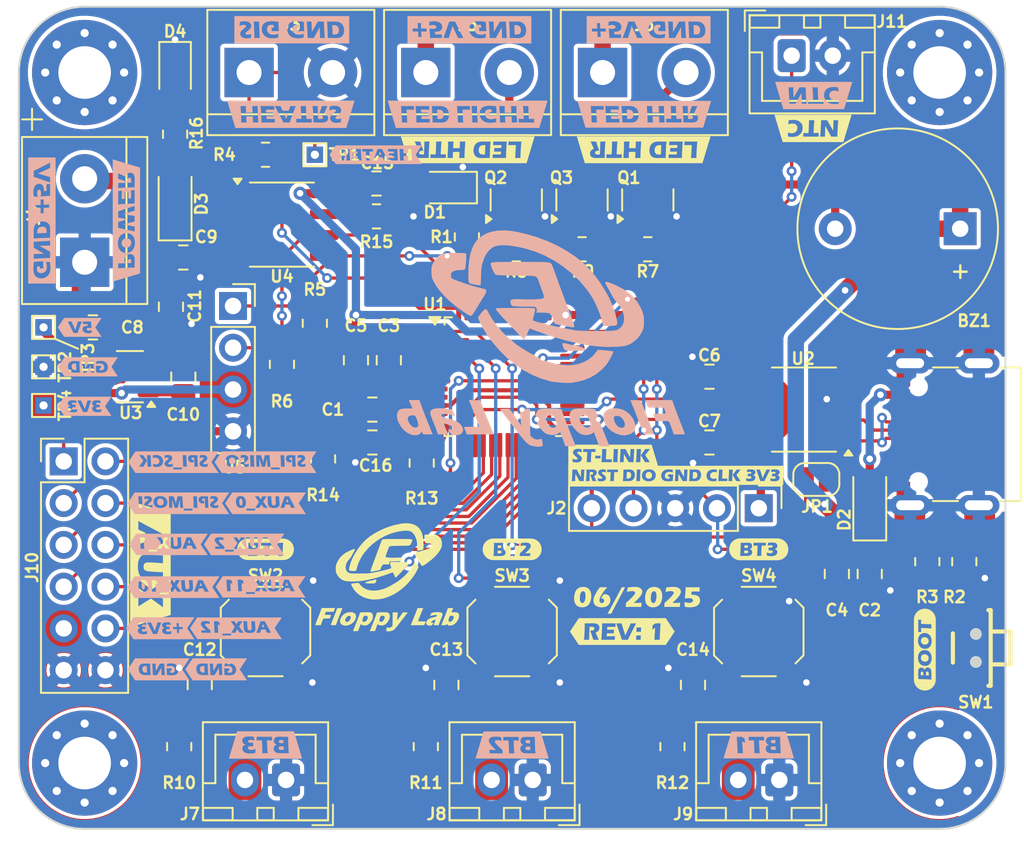
<source format=kicad_pcb>
(kicad_pcb (version 20241229) (generator "pcbnew") (generator_version "9.0")
  (title_block (title "Filament dryer control board") (date "2025-06-17") (rev "1.0") (company "Filippo Castellan"))
  (layers (0 "F.Cu" signal) (2 "B.Cu" signal) (13 "F.Paste" user) (15 "B.Paste" user) (5 "F.SilkS" user "F.Silkscreen") (7 "B.SilkS" user "B.Silkscreen") (1 "F.Mask" user) (3 "B.Mask" user) (25 "Edge.Cuts" user))
  (net 0 "")
  (net 1 "/BUZZER_DRAIN")
  (net 2 "+5V")
  (net 3 "/NRST")
  (net 4 "GND")
  (net 5 "+3V3")
  (net 6 "/BUTTON1")
  (net 7 "/BUTTON2")
  (net 8 "/BUTTON3")
  (net 9 "/NTC")
  (net 10 "Net-(D1-A)")
  (net 11 "/VBUS")
  (net 12 "/D+")
  (net 13 "/CC2")
  (net 15 "/D-")
  (net 17 "/CC1")
  (net 18 "/SWCLK{slash}BOOT0")
  (net 19 "/SWDIO")
  (net 20 "/HEATER_CONN")
  (net 21 "/LED_LIGHT_DRAIN")
  (net 22 "/LED_HEATER_DRAIN")
  (net 23 "/AUX_2")
  (net 24 "/AUX_SPI_SCK")
  (net 25 "/AUX_SPI_MOSI")
  (net 26 "/AUX_11")
  (net 27 "/AUX_SPI_MISO")
  (net 28 "/AUX_0")
  (net 29 "/AUX_12")
  (net 30 "/AUX_10")
  (net 31 "/AUX_1")
  (net 32 "Net-(J11-Pin_1)")
  (net 33 "/RST#")
  (net 34 "/G1")
  (net 35 "/G2")
  (net 36 "/G3")
  (net 37 "/LED_ALIVE")
  (net 38 "/HEATER")
  (net 39 "/I2C_SDA")
  (net 40 "/I2C_SCL")
  (net 41 "/BUZZER")
  (net 42 "/LED_LIGHT")
  (net 43 "/LED_HEATER")
  (net 44 "/WP")
  (net 45 "/UART_RX")
  (net 52 "/UART_TX")
  (net 58 "/PW+")
  (net 59 "Net-(D4-A)")
  (footprint "_MIA footprint:USB_C_304A-ACP16X" (layer "F.Cu") (at 158.3875 76 90)
    (property "Reference" "J1" (hide yes))
    (property "Value" "USB-C_304A-ACP16X")
  )
  (footprint "MountingHole:MountingHole_3.2mm_M3_Pad_Via" (layer "F.Cu") (at 156 54)
    (property "Reference" "H2" (hide yes))
    (property "Value" "MountingHole")
  )
  (footprint "Capacitor_SMD:C_0805_2012Metric_Pad1.18x1.45mm_HandSolder" (layer "F.Cu") (at 104.5 69.5 180)
    (property "Reference" "C8")
    (property "Value" "4.7u")
  )
  (footprint "Resistor_SMD:R_0805_2012Metric_Pad1.20x1.40mm_HandSolder" (layer "F.Cu") (at 118.5 77.5 -90)
    (property "Reference" "R14")
    (property "Value" "NTC VALUE")
  )
  (footprint "TestPoint:TestPoint_THTPad_1.0x1.0mm_Drill0.5mm" (layer "F.Cu") (at 118 59)
    (property "Reference" "TP1")
    (property "Value" "HTR")
  )
  (footprint "kibuzzard-6853DE79" (layer "F.Cu") (at 155.1 89.1 90)
    (property "Reference" "kibuzzard-6853DE79" (hide yes))
    (property "Value" "G***" (hide yes))
  )
  (footprint "Resistor_SMD:R_0805_2012Metric_Pad1.20x1.40mm_HandSolder" (layer "F.Cu") (at 124.5 77.75 -90)
    (property "Reference" "R13")
    (property "Value" "5.1k")
  )
  (footprint "Connector_PinHeader_2.54mm:PinHeader_1x05_P2.54mm_Vertical" (layer "F.Cu") (at 145 80.5 -90)
    (property "Reference" "J2")
    (property "Value" "ST-LINK")
  )
  (footprint "MountingHole:MountingHole_3.2mm_M3_Pad_Via" (layer "F.Cu") (at 156 96)
    (property "Reference" "H3" (hide yes))
    (property "Value" "MountingHole")
  )
  (footprint "_MIA footprint:SW-SMD_TS24CA SMD BUTTO 90deg" (layer "F.Cu") (at 157.4315 89 -90)
    (property "Reference" "SW1")
    (property "Value" "BOOT")
    (fp_poly (pts (xy -0.5 -0.775) (xy -0.51713 -0.883156) (xy -0.566844 -0.980725) (xy -0.644275 -1.058156) (xy -0.741844 -1.10787) (xy -0.85 -1.125) (xy -0.958156 -1.10787) (xy -1.055725 -1.058156) (xy -1.133156 -0.980725) (xy -1.18287 -0.883156) (xy -1.2 -0.775) (xy -1.18287 -0.666844) (xy -1.133156 -0.569275) (xy -1.055725 -0.491844) (xy -0.958156 -0.44213) (xy -0.85 -0.425) (xy -0.741844 -0.44213) (xy -0.644275 -0.491844) (xy -0.566844 -0.569275) (xy -0.51713 -0.666844)) (fill yes) (layer "Edge.Cuts"))
    (fp_poly (pts (xy 1.2 -0.775) (xy 1.18287 -0.883156) (xy 1.133156 -0.980725) (xy 1.055725 -1.058156) (xy 0.958156 -1.10787) (xy 0.85 -1.125) (xy 0.741844 -1.10787) (xy 0.644275 -1.058156) (xy 0.566844 -0.980725) (xy 0.51713 -0.883156) (xy 0.5 -0.775) (xy 0.51713 -0.666844) (xy 0.566844 -0.569275) (xy 0.644275 -0.491844) (xy 0.741844 -0.44213) (xy 0.85 -0.425) (xy 0.958156 -0.44213) (xy 1.055725 -0.491844) (xy 1.133156 -0.569275) (xy 1.18287 -0.666844)) (fill yes) (layer "Edge.Cuts"))
  )
  (footprint "Capacitor_SMD:C_0805_2012Metric_Pad1.18x1.45mm_HandSolder" (layer "F.Cu") (at 142 76.5 180)
    (property "Reference" "C7")
    (property "Value" "100n")
  )
  (footprint "Package_TO_SOT_SMD:SOT-23" (layer "F.Cu") (at 134.25 61.75 90)
    (property "Reference" "Q3")
    (property "Value" "AO3400A")
  )
  (footprint "Diode_SMD:D_SOD-123F" (layer "F.Cu") (at 109.5 62 90)
    (property "Reference" "D3")
    (property "Value" "1N4007W")
  )
  (footprint "Resistor_SMD:R_0805_2012Metric_Pad1.20x1.40mm_HandSolder" (layer "F.Cu") (at 124.75 95 90)
    (property "Reference" "R11")
    (property "Value" "5.1k")
  )
  (footprint "kibuzzard-6853DDBD" (layer "F.Cu") (at 136.15 77.3)
    (property "Reference" "kibuzzard-6853DDBD" (hide yes))
    (property "Value" "G***" (hide yes))
  )
  (footprint "Resistor_SMD:R_0805_2012Metric_Pad1.20x1.40mm_HandSolder" (layer "F.Cu") (at 109.5 57.75 90)
    (property "Reference" "R16")
    (property "Value" "5.1k")
  )
  (footprint "Package_TO_SOT_SMD:SOT-23-3" (layer "F.Cu") (at 106.75 72.5 180)
    (property "Reference" "U3")
    (property "Value" "XC6206P332MR")
  )
  (footprint "Resistor_SMD:R_0805_2012Metric_Pad1.20x1.40mm_HandSolder" (layer "F.Cu") (at 157.5 83.75 -90)
    (property "Reference" "R2")
    (property "Value" "5.1k")
  )
  (footprint "Connector_PinHeader_2.54mm:PinHeader_2x06_P2.54mm_Vertical" (layer "F.Cu") (at 102.725 77.65)
    (property "Reference" "J10")
    (property "Value" "AUX")
  )
  (footprint "kibuzzard-6853DEDF" (layer "F.Cu") (at 108 83.9 -90)
    (property "Reference" "kibuzzard-6853DEDF" (hide yes))
    (property "Value" "G***" (hide yes))
  )
  (footprint "Capacitor_SMD:C_0805_2012Metric_Pad1.18x1.45mm_HandSolder" (layer "F.Cu") (at 121.5 74.5 180)
    (property "Reference" "C1")
    (property "Value" "100n")
  )
  (footprint "kibuzzard-6853DD65" (layer "F.Cu") (at 115 83)
    (property "Reference" "kibuzzard-6853DD65" (hide yes))
    (property "Value" "G***" (hide yes))
  )
  (footprint "MountingHole:MountingHole_3.2mm_M3_Pad_Via" (layer "F.Cu") (at 104 96)
    (property "Reference" "H4" (hide yes))
    (property "Value" "MountingHole")
  )
  (footprint "MountingHole:MountingHole_3.2mm_M3_Pad_Via" (layer "F.Cu") (at 104 54)
    (property "Reference" "H1" (hide yes))
    (property "Value" "MountingHole")
  )
  (footprint "_MIA footprint:TerminalBlock_bornier-2_P5.08mm" (layer "F.Cu") (at 124.75 54)
    (property "Reference" "J5")
    (property "Value" "LED LIGHT")
  )
  (footprint "LED_SMD:LED_0805_2012Metric_Pad1.15x1.40mm_HandSolder" (layer "F.Cu") (at 126 61 180)
    (property "Reference" "D1")
    (property "Value" "LED ALIVE")
  )
  (footprint "kibuzzard-6853EE5A" (layer "F.Cu") (at 136.7 88)
    (property "Reference" "kibuzzard-6853EE5A" (hide yes))
    (property "Value" "G***" (hide yes))
  )
  (footprint "kibuzzard-6853DFAB" (layer "F.Cu") (at 148.3 57.4 180)
    (property "Reference" "kibuzzard-6853DFAB" (hide yes))
    (property "Value" "G***" (hide yes))
  )
  (footprint "Connector_PinSocket_2.54mm:PinSocket_1x04_P2.54mm_Vertical" (layer "F.Cu") (at 113.025 68.2)
    (property "Reference" "U5")
    (property "Value" "OLED_128X32_0.91\"")
  )
  (footprint "kibuzzard-6853DD93" (layer "F.Cu") (at 145 83)
    (property "Reference" "kibuzzard-6853DD93" (hide yes))
    (property "Value" "G***" (hide yes))
  )
  (footprint "TestPoint:TestPoint_THTPad_1.0x1.0mm_Drill0.5mm" (layer "F.Cu") (at 101.5 69.5)
    (property "Reference" "TP3")
    (property "Value" "5V")
  )
  (footprint "kibuzzard-6853DFD3" (layer "F.Cu") (at 127.3 58.7 180)
    (property "Reference" "kibuzzard-6853DFD3" (hide yes))
    (property "Value" "G***" (hide yes))
  )
  (footprint "Buzzer_Beeper:Buzzer_12x9.5RM7.6" (layer "F.Cu") (at 157.25 63.5 180)
    (property "Reference" "BZ1")
    (property "Value" "Buzzer")
  )
  (footprint "Capacitor_SMD:C_0805_2012Metric_Pad1.18x1.45mm_HandSolder" (layer "F.Cu") (at 120.5 71.5 -90)
    (property "Reference" "C5")
    (property "Value" "4.7u")
  )
  (footprint "Package_TO_SOT_SMD:SOT-23" (layer "F.Cu") (at 130.25 61.75 90)
    (property "Reference" "Q2")
    (property "Value" "AO3400A")
  )
  (footprint "Resistor_SMD:R_0805_2012Metric_Pad1.20x1.40mm_HandSolder" (layer "F.Cu") (at 134.25 64.75 180)
    (property "Reference" "R9")
    (property "Value" "5.1k")
  )
  (footprint "LOGO" (layer "F.Cu") (at 122.675624 84.71088)
    (property "Reference" "G***" (hide yes))
    (property "Value" "LOGO" (hide yes))
  )
  (footprint "Resistor_SMD:R_0805_2012Metric_Pad1.20x1.40mm_HandSolder" (layer "F.Cu") (at 155.25 83.75 -90)
    (property "Reference" "R3")
    (property "Value" "5.1k")
  )
  (footprint "Capacitor_SMD:C_0805_2012Metric_Pad1.18x1.45mm_HandSolder" (layer "F.Cu") (at 151.75 84.5 -90)
    (property "Reference" "C2")
    (property "Value" "4.7u")
  )
  (footprint "Resistor_SMD:R_0805_2012Metric_Pad1.20x1.40mm_HandSolder" (layer "F.Cu") (at 118 69.25 90)
    (property "Reference" "R5")
    (property "Value" "5.1k")
  )
  (footprint "Button_Switch_SMD:SW_SPST_SKQG_WithoutStem" (layer "F.Cu") (at 115 88 90)
    (property "Reference" "SW2")
    (property "Value" "BUTTON1")
  )
  (footprint "Capacitor_SMD:C_0805_2012Metric_Pad1.18x1.45mm_HandSolder" (layer "F.Cu") (at 121.75 60.75)
    (property "Reference" "C15")
    (property "Value" "100n")
  )
  (footprint "Connector_JST:JST_XH_B2B-XH-A_1x02_P2.50mm_Vertical" (layer "F.Cu") (at 131.25 97.025 180)
    (property "Reference" "J8")
    (property "Value" "BT2")
  )
  (footprint "Connector_JST:JST_XH_B2B-XH-A_1x02_P2.50mm_Vertical" (layer "F.Cu") (at 116.25 97.025 180)
    (property "Reference" "J7")
    (property "Value" "BT1")
  )
  (footprint "LED_SMD:LED_0805_2012Metric_Pad1.15x1.40mm_HandSolder" (layer "F.Cu") (at 109.5 54 -90)
    (property "Reference" "D4")
    (property "Value" "LED POWER")
  )
  (footprint "Button_Switch_SMD:SW_SPST_SKQG_WithoutStem" (layer "F.Cu") (at 145 88 90)
    (property "Reference" "SW4")
    (property "Value" "BUTTON3")
  )
  (footprint "Capacitor_SMD:C_0805_2012Metric_Pad1.18x1.45mm_HandSolder" (layer "F.Cu") (at 122.5 71.5 -90)
    (property "Reference" "C3")
    (property "Value" "100n")
  )
  (footprint "Connector_JST:JST_XH_B2B-XH-A_1x02_P2.50mm_Vertical" (layer "F.Cu") (at 147 52.975)
    (property "Reference" "J11")
    (property "Value" "NTC")
  )
  (footprint "Resistor_SMD:R_0805_2012Metric_Pad1.20x1.40mm_HandSolder" (layer "F.Cu") (at 121.75 62.75)
    (property "Reference" "R15")
    (property "Value" "5.1k")
  )
  (footprint "Resistor_SMD:R_0805_2012Metric_Pad1.20x1.40mm_HandSolder" (layer "F.Cu") (at 116 71.75 90)
    (property "Reference" "R6")
    (property "Value" "5.1k")
  )
  (footprint "kibuzzard-6853DE43" (layer "F.Cu") (at 139.95 78.5)
    (property "Reference" "kibuzzard-6853DE43" (hide yes))
    (property "Value" "G***" (hide yes))
  )
  (footprint "_MIA footprint:TerminalBlock_bornier-2_P5.08mm" (layer "F.Cu") (at 104 65.54 90)
    (property "Reference" "J4")
    (property "Value" "POWER")
  )
  (footprint "TestPoint:TestPoint_THTPad_1.0x1.0mm_Drill0.5mm" (layer "F.Cu") (at 101.5 74.25)
    (property "Reference" "TP4")
    (property "Value" "3V3")
  )
  (footprint "Capacitor_SMD:C_0805_2012Metric_Pad1.18x1.45mm_HandSolder" (layer "F.Cu") (at 109.25 68.25 -90)
    (property "Reference" "C11")
    (property "Value" "100n")
  )
  (footprint "Capacitor_SMD:C_0805_2012Metric_Pad1.18x1.45mm_HandSolder" (layer "F.Cu") (at 141 91.25 90)
    (property "Reference" "C14")
    (property "Value" "100n")
  )
  (footprint "Resistor_SMD:R_0805_2012Metric_Pad1.20x1.40mm_HandSolder" (layer "F.Cu") (at 139.75 95 90)
    (property "Reference" "R12")
    (property "Value" "5.1k")
  )
  (footprint "Capacitor_SMD:C_0805_2012Metric_Pad1.18x1.45mm_HandSolder" (layer "F.Cu") (at 121.5 76.5 180)
    (property "Reference" "C16")
    (property "Value" "4.7u")
  )
  (footprint "Button_Switch_SMD:SW_SPST_SKQG_WithoutStem" (layer "F.Cu") (at 130 88 90)
    (property "Reference" "SW3")
    (property "Value" "BUTTON2")
  )
  (footprint "Capacitor_SMD:C_0805_2012Metric_Pad1.18x1.45mm_HandSolder" (layer "F.Cu") (at 110 72.5 -90)
    (property "Reference" "C10")
    (property "Value" "100n")
  )
  (footprint "_MIA footprint:TerminalBlock_bornier-2_P5.08mm" (layer "F.Cu") (at 135.5 54)
    (property "Reference" "J6")
    (property "Value" "LED HEATER")
  )
  (footprint "Diode_SMD:D_SOD-123F" (layer "F.Cu") (at 151.75 80.25 90)
    (property "Reference" "D2")
    (property "Value" "1N4007W")
  )
  (footprint "Resistor_SMD:R_0805_2012Metric_Pad1.20x1.40mm_HandSolder" (layer "F.Cu") (at 115 59 180)
    (property "Reference" "R4")
    (property "Value" "5.1k")
  )
  (footprint "Package_SO:SOP-8_3.9x4.9mm_P1.27mm" (layer "F.Cu") (at 147.75 74.5 180)
    (property "Reference" "U2")
    (property "Value" "CH340N")
  )
  (footprint "Capacitor_SMD:C_0805_2012Metric_Pad1.18x1.45mm_HandSolder" (layer "F.Cu") (at 110 65.25)
    (property "Reference" "C9")
    (property "Value" "4.7u")
  )
  (footprint "kibuzzard-6853F23E" (layer "F.Cu") (at 137.6 86.1)
    (property "Reference" "kibuzzard-6853F23E" (hide yes))
    (property "Value" "G***" (hide yes))
  )
  (footprint "Package_SO:SO-8_3.9x4.9mm_P1.27mm" (layer "F.Cu") (at 116 63.25)
    (property "Reference" "U4")
    (property "Value" "AT24C32")
  )
  (footprint "TestPoint:TestPoint_THTPad_1.0x1.0mm_Drill0.5mm" (layer "F.Cu") (at 101.5 71.9)
    (property "Reference" "TP2")
    (property "Value" "GND")
  )
  (footprint "Capacitor_SMD:C_0805_2012Metric_Pad1.18x1.45mm_HandSolder" (layer "F.Cu") (at 111 91.25 90)
    (property "Reference" "C12")
    (property "Value" "100n")
  )
  (footprint "kibuzzard-6853DFD3" (layer "F.Cu") (at 138 58.7 180)
    (property "Reference" "kibuzzard-6853DFD3" (hide yes))
    (property "Value" "G***" (hide yes))
  )
  (footprint "Package_QFP:LQFP-48_7x7mm_P0.5mm" (layer "F.Cu") (at 129.5 72.5)
    (property "Reference" "U1")
    (property "Value" "STM32G030C8Tx")
  )
  (footprint "Capacitor_SMD:C_0805_2012Metric_Pad1.18x1.45mm_HandSolder" (layer "F.Cu") (at 142 72.5 180)
    (property "Reference" "C6")
    (property "Value" "100n")
  )
  (footprint "_MIA footprint:TerminalBlock_bornier-2_P5.08mm" (layer "F.Cu") (at 114 54)
    (property "Reference" "J3")
    (property "Value" "RELAY")
  )
  (footprint "Jumper:SolderJumper-2_P1.3mm_Open_RoundedPad1.0x1.5mm" (layer "F.Cu") (at 148.5 78.75)
    (property "Reference" "JP1")
    (property "Value" "RST JUMPER")
  )
  (footprint "Resistor_SMD:R_0805_2012Metric_Pad1.20x1.40mm_HandSolder" (layer "F.Cu") (at 138.25 64.75 180)
    (property "Reference" "R7")
    (property "Value" "5.1k")
  )
  (footprint "Resistor_SMD:R_0805_2012Metric_Pad1.20x1.40mm_HandSolder" (layer "F.Cu") (at 130.25 64.75 180)
    (property "Reference" "R8")
    (property "Value" "5.1k")
  )
  (footprint "Capacitor_SMD:C_0805_2012Metric_Pad1.18x1.45mm_HandSolder" (layer "F.Cu") (at 126 91.25 90)
    (property "Reference" "C13")
    (property "Value" "100n")
  )
  (footprint "Package_TO_SOT_SMD:SOT-23" (layer "F.Cu") (at 138.25 61.75 90)
    (property "Reference" "Q1")
    (property "Value" "AO3400A")
  )
  (footprint "Connector_JST:JST_XH_B2B-XH-A_1x02_P2.50mm_Vertical" (layer "F.Cu") (at 146.25 97.025 180)
    (property "Reference" "J9")
    (property "Value" "BT3")
  )
  (footprint "kibuzzard-6853DD8E" (layer "F.Cu") (at 130 83)
    (property "Reference" "kibuzzard-6853DD8E" (hide yes))
    (property "Value" "G***" (hide yes))
  )
  (footprint "Resistor_SMD:R_0805_2012Metric_Pad1.20x1.40mm_HandSolder" (layer "F.Cu") (at 127.25 64 90)
    (property "Reference" "R1")
    (property "Value" "5.1k")
  )
  (footprint "Resistor_SMD:R_0805_2012Metric_Pad1.20x1.40mm_HandSolder" (layer "F.Cu") (at 109.75 95 90)
    (property "Reference" "R10")
    (property "Value" "5.1k")
  )
  (footprint "Capacitor_SMD:C_0805_2012Metric_Pad1.18x1.45mm_HandSolder" (layer "F.Cu") (at 149.75 84.5 -90)
    (property "Reference" "C4")
    (property "Value" "100n")
  )
  (footprint "kibuzzard-6853E998" (layer "B.Cu") (at 127.29 56.54)
    (property "Reference" "kibuzzard-6853E998" (hide yes))
    (property "Value" "G***" (hide yes))
  )
  (footprint "kibuzzard-6853EBAF" (layer "B.Cu") (at 109.7 80.2 180)
    (property "Reference" "kibuzzard-6853EBAF" (hide yes))
    (property "Value" "G***" (hide yes))
  )
  (footprint "LOGO" (layer "B.Cu") (at 131.2 70.2 180)
    (property "Reference" "G***" (hide yes))
    (property "Value" "LOGO" (hide yes))
  )
  (footprint "kibuzzard-6853ECA3" (layer "B.Cu") (at 115 94.9 180)
    (property "Reference" "kibuzzard-6853ECA3" (hide yes))
    (property "Value" "G***" (hide yes))
  )
  (footprint "kibuzzard-6853EC51" (layer "B.Cu") (at 108.6 87.8 180)
    (property "Reference" "kibuzzard-6853EC51" (hide yes))
    (property "Value" "G***" (hide yes))
  )
  (footprint "kibuzzard-6853EC1A" (layer "B.Cu") (at 113.2 87.8 180)
    (property "Reference" "kibuzzard-6853EC1A" (hide yes))
    (property "Value" "G***" (hide yes))
  )
  (footprint "kibuzzard-6853EC60" (layer "B.Cu") (at 112 90.3 180)
    (property "Reference" "kibuzzard-6853EC60" (hide yes))
    (property "Value" "G***" (hide yes))
  )
  (footprint "kibuzzard-6853E9B3" (layer "B.Cu") (at 127.4 51.4)
    (property "Reference" "kibuzzard-6853E9B3" (hide yes))
    (property "Value" "G***" (hide yes))
  )
  (footprint "kibuzzard-6853EFA6" (layer "B.Cu") (at 103.7 69.5 180)
    (property "Reference" "kibuzzard-6853EFA6" (hide yes))
    (property "Value" "G***" (hide yes))
  )
  (footprint "kibuzzard-6853EFC3" (layer "B.Cu") (at 104 74.3 180)
    (property "Reference" "kibuzzard-6853EFC3" (hide yes))
    (property "Value" "G***" (hide yes))
  )
  (footprint "kibuzzard-6853ECDA" (layer "B.Cu") (at 130 94.9 180)
    (property "Reference" "kibuzzard-6853ECDA" (hide yes))
    (property "Value" "G***" (hide yes))
  )
  (footprint "kibuzzard-6853E9B3" (layer "B.Cu") (at 138.3 51.4)
    (property "Reference" "kibuzzard-6853E9B3" (hide yes))
    (property "Value" "G***" (hide yes))
  )
  (footprint "kibuzzard-6853EBB8" (layer "B.Cu") (at 115 80.2 180)
    (property "Reference" "kibuzzard-6853EBB8" (hide yes))
    (property "Value" "G***" (hide yes))
  )
  (footprint "kibuzzard-6853DFAB" (layer "B.Cu") (at 148.342476 55.4)
    (property "Reference" "kibuzzard-6853DFAB" (hide yes))
    (property "Value" "G***" (hide yes))
  )
  (footprint "kibuzzard-6853EFB4" (layer "B.Cu") (at 104.2 71.9 180)
    (property "Reference" "kibuzzard-6853EFB4" (hide yes))
    (property "Value" "G***" (hide yes))
  )
  (footprint "kibuzzard-6853EBE6" (layer "B.Cu") (at 113.7 82.7 180)
    (property "Reference" "kibuzzard-6853EBE6" (hide yes))
    (property "Value" "G***" (hide yes))
  )
  (footprint "kibuzzard-6853EC00" (layer "B.Cu") (at 114.7 85.28 180)
    (property "Reference" "kibuzzard-6853EC00" (hide yes))
    (property "Value" "G***" (hide yes))
  )
  (footprint "kibuzzard-6853ECB2" (layer "B.Cu") (at 145 94.9 180)
    (property "Reference" "kibuzzard-6853ECB2" (hide yes))
    (property "Value" "G***" (hide yes))
  )
  (footprint "kibuzzard-6853EB5D" (layer "B.Cu") (at 115 77.7 180)
    (property "Reference" "kibuzzard-6853EB5D" (hide yes))
    (property "Value" "G***" (hide yes))
  )
  (footprint "kibuzzard-6853E9F3" (layer "B.Cu") (at 106.54 63 90)
    (property "Reference" "kibuzzard-6853E9F3" (hide yes))
    (property "Value" "G***" (hide yes))
  )
  (footprint "kibuzzard-6853EC60" (layer "B.Cu") (at 108.5 90.3 180)
    (property "Reference" "kibuzzard-6853EC60" (hide yes))
    (property "Value" "G***" (hide yes))
  )
  (footprint "kibuzzard-6853EBF5" (layer "B.Cu") (at 109.4 85.3 180)
    (property "Reference" "kibuzzard-6853EBF5" (hide yes))
    (property "Value" "G***" (hide yes))
  )
  (footprint "kibuzzard-6853EA0A" (layer "B.Cu") (at 101.4 63 90)
    (property "Reference" "kibuzzard-6853EA0A" (hide yes))
    (property "Value" "G***" (hide yes))
  )
  (footprint "kibuzzard-6853EFD6" (layer "B.Cu") (at 121.7 59 180)
    (property "Reference" "kibuzzard-6853EFD6" (hide yes))
    (property "Value" "G***" (hide yes))
  )
  (footprint "kibuzzard-6853EB86" (layer "B.Cu") (at 109.4 77.7 180)
    (property "Reference" "kibuzzard-6853EB86" (hide yes))
    (property "Value" "G***" (hide yes))
  )
  (footprint "kibuzzard-6853E9C2" (layer "B.Cu") (at 138.04 56.54)
    (property "Reference" "kibuzzard-6853E9C2" (hide yes))
    (property "Value" "G***" (hide yes))
  )
  (footprint "kibuzzard-6853EBDD" (layer "B.Cu") (at 109.1 82.7 180)
    (property "Reference" "kibuzzard-6853EBDD" (hide yes))
    (property "Value" "G***" (hide yes))
  )
  (footprint "kibuzzard-6853E947" (layer "B.Cu") (at 116.6 51.4)
    (property "Reference" "kibuzzard-6853E947" (hide yes))
    (property "Value" "G***" (hide yes))
  )
  (footprint "kibuzzard-6853E92D" (layer "B.Cu") (at 116.54 56.54)
    (property "Reference" "kibuzzard-6853E92D" (hide yes))
    (property "Value" "G***" (hide yes))
  )
  (gr_line (start 100.8 56.85) (end 101.4 56.85) (stroke (width 0.12)) (layer "F.SilkS"))
  (gr_line (start 101.4 56.85) (end 100.2 56.85) (stroke (width 0.12)) (layer "F.SilkS"))
  (gr_line (start 100.8 56.2) (end 100.8 57.5) (stroke (width 0.12)) (layer "F.SilkS"))
  (gr_line (start 102.2 70.2) (end 103.6 70.8) (stroke (width 0.12)) (layer "F.SilkS"))
  (gr_arc (start 160 96) (mid 158.828427 98.828427) (end 156 100) (stroke (width 0.12)) (layer "Edge.Cuts"))
  (gr_line (start 160 54) (end 160 96) (stroke (width 0.12)) (layer "Edge.Cuts"))
  (gr_arc (start 104 100) (mid 101.171573 98.828427) (end 100 96) (stroke (width 0.12)) (layer "Edge.Cuts"))
  (gr_arc (start 156 50) (mid 158.828427 51.171573) (end 160 54) (stroke (width 0.12)) (layer "Edge.Cuts"))
  (gr_line (start 100 96) (end 100 54) (stroke (width 0.12)) (layer "Edge.Cuts"))
  (gr_arc (start 100 54) (mid 101.171573 51.171573) (end 104 50) (stroke (width 0.12)) (layer "Edge.Cuts"))
  (gr_line (start 104 50) (end 156 50) (stroke (width 0.12)) (layer "Edge.Cuts"))
  (gr_line (start 156 100) (end 104 100) (stroke (width 0.12)) (layer "Edge.Cuts"))
  (segment (start 148.8125 60.8125) (end 138.25 60.8125) (width 0.5) (layer "F.Cu") (net 1))
  (segment (start 149.65 61.65) (end 148.8125 60.8125) (width 0.5) (layer "F.Cu") (net 1))
  (segment (start 149.65 63.5) (end 149.65 61.65) (width 0.5) (layer "F.Cu") (net 1))
  (segment (start 135.5 54) (end 135.5 51.25) (width 1) (layer "F.Cu") (net 2))
  (segment (start 154 63.5) (end 157.25 63.5) (width 1) (layer "F.Cu") (net 2))
  (segment (start 124.75 51.25) (end 124.75 54) (width 1) (layer "F.Cu") (net 2))
  (segment (start 109.5 63.4) (end 110.35 63.4) (width 1) (layer "F.Cu") (net 2))
  (segment (start 150.375 51.25) (end 151.75 52.625) (width 1) (layer "F.Cu") (net 2))
  (segment (start 151.75 83.4625) (end 149.75 83.4625) (width 0.5) (layer "F.Cu") (net 2))
  (segment (start 101.5 69.75) (end 103 71.25) (width 0.5) (layer "F.Cu") (net 2))
  (segment (start 135.5 51.25) (end 134.75 51.25) (width 1) (layer "F.Cu") (net 2))
  (segment (start 149.75 83.4625) (end 149.75 81) (width 1) (layer "F.Cu") (net 2))
  (segment (start 149.75 81) (end 149 80.25) (width 1) (layer "F.Cu") (net 2))
  (segment (start 103 71.25) (end 105.25 71.25) (width 0.5) (layer "F.Cu") (net 2))
  (segment (start 125.5 51.25) (end 124.75 51.25) (width 1) (layer "F.Cu") (net 2))
  (segment (start 150.25 67.25) (end 154 63.5) (width 1) (layer "F.Cu") (net 2))
  (segment (start 151.75 56) (end 157.25 61.5) (width 1) (layer "F.Cu") (net 2))
  (segment (start 135.5 51.25) (end 150.375 51.25) (width 1) (layer "F.Cu") (net 2))
  (segment (start 101.5 69.5) (end 101.5 69.75) (width 0.5) (layer "F.Cu") (net 2))
  (segment (start 105.25 71.25) (end 105.6125 71.6125) (width 0.5) (layer "F.Cu") (net 2))
  (segment (start 110.35 63.4) (end 111.25 62.5) (width 1) (layer "F.Cu") (net 2))
  (segment (start 111.25 52.5) (end 112.5 51.25) (width 1) (layer "F.Cu") (net 2))
  (segment (start 151.75 52.625) (end 151.75 56) (width 1) (layer "F.Cu") (net 2))
  (segment (start 112.5 51.25) (end 125.5 51.25) (width 1) (layer "F.Cu") (net 2))
  (segment (start 134.75 51.25) (end 125.5 51.25) (width 1) (layer "F.Cu") (net 2))
  (segment (start 151.75 81.65) (end 151.75 83.4625) (width 0.5) (layer "F.Cu") (net 2))
  (segment (start 111.25 62.5) (end 111.25 52.5) (width 1) (layer "F.Cu") (net 2))
  (segment (start 105.6125 71.6125) (end 105.6125 72.5) (width 0.5) (layer "F.Cu") (net 2))
  (segment (start 157.25 61.5) (end 157.25 63.5) (width 1) (layer "F.Cu") (net 2))
  (via (at 149 80.25) (size 0.8) (drill 0.4) (layers "F.Cu" "B.Cu") (net 2))
  (via (at 150.25 67.25) (size 0.8) (drill 0.4) (layers "F.Cu" "B.Cu") (net 2))
  (segment (start 147.25 78.5) (end 149 80.25) (width 1) (layer "B.Cu") (net 2))
  (segment (start 147.25 70.25) (end 147.25 78.5) (width 1) (layer "B.Cu") (net 2))
  (segment (start 150.25 67.25) (end 147.25 70.25) (width 1) (layer "B.Cu") (net 2))
  (segment (start 122.7875 74.25) (end 122.5375 74.5) (width 0.25) (layer "F.Cu") (net 3))
  (segment (start 127.176 73.324) (end 131.324 73.324) (width 0.25) (layer "F.Cu") (net 3))
  (segment (start 132.25 75.25) (end 134.84 77.84) (width 0.25) (layer "F.Cu") (net 3))
  (segment (start 135.25 82.25) (end 146.5 82.25) (width 0.2) (layer "F.Cu") (net 3))
  (segment (start 134.84 81.84) (end 135.25 82.25) (width 0.2) (layer "F.Cu") (net 3))
  (segment (start 147.85 80.9) (end 147.85 78.75) (width 0.2) (layer "F.Cu") (net 3))
  (segment (start 134.84 80.5) (end 134.84 81.84) (width 0.2) (layer "F.Cu") (net 3))
  (segment (start 132.25 74.25) (end 132.25 75.25) (width 0.25) (layer "F.Cu") (net 3))
  (segment (start 126.25 74.25) (end 127.176 73.324) (width 0.25) (layer "F.Cu") (net 3))
  (segment (start 125.3375 74.25) (end 126.25 74.25) (width 0.25) (layer "F.Cu") (net 3))
  (segment (start 134.84 77.84) (end 134.84 80.5) (width 0.25) (layer "F.Cu") (net 3))
  (segment (start 131.324 73.324) (end 132.25 74.25) (width 0.25) (layer "F.Cu") (net 3))
  (segment (start 146.5 82.25) (end 147.85 80.9) (width 0.2) (layer "F.Cu") (net 3))
  (segment (start 125.3375 74.25) (end 122.7875 74.25) (width 0.25) (layer "F.Cu") (net 3))
  (segment (start 153.6325 79.2) (end 153.6325 79.745) (width 0.5) (layer "F.Cu") (net 4))
  (segment (start 139.5 90.2125) (end 141 90.2125) (width 0.5) (layer "F.Cu") (net 4))
  (segment (start 147.9 91.1) (end 146.85 91.1) (width 0.5) (layer "F.Cu") (net 4))
  (segment (start 139.9375 62.6875) (end 140 62.75) (width 0.5) (layer "F.Cu") (net 4))
  (segment (start 107.8875 73.45) (end 109.9125 73.45) (width 0.5) (layer "F.Cu") (net 4))
  (segment (start 113.33 65.25) (end 113.425 65.155) (width 0.5) (layer "F.Cu") (net 4))
  (segment (start 109.5 52.975) (end 109.5 52) (width 0.5) (layer "F.Cu") (net 4))
  (segment (start 132.9 91.1) (end 131.85 91.1) (width 0.5) (layer "F.Cu") (net 4))
  (segment (start 157.5 84.75) (end 155.25 84.75) (width 0.5) (layer "F.Cu") (net 4))
  (segment (start 122.75 60.7875) (end 122.7875 60.75) (width 0.5) (layer "F.Cu") (net 4))
  (segment (start 110 74.5) (end 111.32 75.82) (width 0.5) (layer "F.Cu") (net 4))
  (segment (start 132.9 84.9) (end 131.85 84.9) (width 0.5) (layer "F.Cu") (net 4))
  (segment (start 120.4625 77.7125) (end 120.4625 76.5) (width 0.5) (layer "F.Cu") (net 4))
  (segment (start 103.4625 69.5) (end 103.4625 66.0775) (width 0.5) (layer "F.Cu") (net 4))
  (segment (start 109.75 90.2125) (end 111 90.2125) (width 0.5) (layer "F.Cu") (net 4))
  (segment (start 153.6325 72.255) (end 154.2075 71.68) (width 0.5) (layer "F.Cu") (net 4))
  (segment (start 135.9375 62.6875) (end 136 62.75) (width 0.5) (layer "F.Cu") (net 4))
  (segment (start 140.9625 76.5) (end 140.9625 77.7125) (width 0.5) (layer "F.Cu") (net 4))
  (segment (start 139.2 62.6875) (end 139.9375 62.6875) (width 0.5) (layer "F.Cu") (net 4))
  (segment (start 122.75 62.75) (end 124 62.75) (width 0.5) (layer "F.Cu") (net 4))
  (segment (start 113.425 61.345) (end 113.425 62.615) (width 0.5) (layer "F.Cu") (net 4))
  (segment (start 153.6325 79.745) (end 154.2075 80.32) (width 0.5) (layer "F.Cu") (net 4))
  (segment (start 151.75 85.5375) (end 152.9625 85.5375) (width 0.5) (layer "F.Cu") (net 4))
  (segment (start 109.9125 73.45) (end 110 73.5375) (width 0.5) (layer "F.Cu") (net 4))
  (segment (start 111.0375 65.25) (end 113.33 65.25) (width 0.5) (layer "F.Cu") (net 4))
  (segment (start 153.6325 72.8) (end 153.6325 72.255) (width 0.5) (layer "F.Cu") (net 4))
  (segment (start 146.85 86.15) (end 146.85 84.9) (width 0.5) (layer "F.Cu") (net 4))
  (segment (start 110.5 69.2875) (end 109.25 69.2875) (width 0.5) (layer "F.Cu") (net 4))
  (segment (start 131.9375 62.6875) (end 132 62.75) (width 0.5) (layer "F.Cu") (net 4))
  (segment (start 157.5 84.75) (end 158.75 84.75) (width 0.5) (layer "F.Cu") (net 4))
  (segment (start 117.9 84.9) (end 116.85 84.9) (width 0.5) (layer "F.Cu") (net 4))
  (segment (start 127.025 61) (end 127.025 59.775) (width 0.5) (layer "F.Cu") (net 4))
  (segment (start 117.85 91.1) (end 116.85 91.1) (width 0.5) (layer "F.Cu") (net 4))
  (segment (start 111.32 75.82) (end 113.025 75.82) (width 0.5) (layer "F.Cu") (net 4))
  (segment (start 152.9625 85.5375) (end 153 85.5) (width 0.5) (layer "F.Cu") (net 4))
  (segment (start 103.4625 69.5) (end 103.4625 69.7875) (width 0.5) (layer "F.Cu") (net 4))
  (segment (start 140.9625 77.7125) (end 141 77.75) (width 0.5) (layer "F.Cu") (net 4))
  (segment (start 124.75 90.2125) (end 126 90.2125) (width 0.5) (layer "F.Cu") (net 4))
  (segment (start 140.9625 71.2875) (end 140.9625 72.5) (width 0.5) (layer "F.Cu") (net 4))
  (segment (start 111.0375 66.4625) (end 111.0375 65.25) (width 0.5) (layer "F.Cu") (net 4))
  (segment (start 103.4625 66.0775) (end 104 65.54) (width 0.5) (layer "F.Cu") (net 4))
  (segment (start 135.2 62.6875) (end 135.9375 62.6875) (width 0.5) (layer "F.Cu") (net 4))
  (segment (start 113.425 62.615) (end 113.425 63.885) (width 0.5) (layer "F.Cu") (net 4))
  (segment (start 110 73.5375) (end 110 74.5) (width 0.5) (layer "F.Cu") (net 4))
  (segment (start 149.75 85.5375) (end 151.75 85.5375) (width 0.5) (layer "F.Cu") (net 4))
  (segment (start 127.025 59.775) (end 127 59.75) (width 0.5) (layer "F.Cu") (net 4))
  (segment (start 131.2 62.6875) (end 131.9375 62.6875) (width 0.5) (layer "F.Cu") (net 4))
  (segment (start 122.75 62.75) (end 122.75 60.7875) (width 0.5) (layer "F.Cu") (net 4))
  (segment (start 149.135 73.865) (end 150.375 73.865) (width 0.5) (layer "F.Cu") (net 4))
  (segment (start 113.425 63.885) (end 113.425 65.155) (width 0.5) (layer "F.Cu") (net 4))
  (via (at 141 77.75) (size 0.8) (drill 0.4) (layers "F.Cu" "B.Cu") (net 4))
  (via (at 132.9 84.9) (size 0.8) (drill 0.4) (layers "F.Cu" "B.Cu") (net 4))
  (via (at 117.85 91.1) (size 0.8) (drill 0.4) (layers "F.Cu" "B.Cu") (net 4))
  (via (at 140.9625 71.2875) (size 0.8) (drill 0.4) (layers "F.Cu" "B.Cu") (net 4))
  (via (at 136 62.75) (size 0.8) (drill 0.4) (layers "F.Cu" "B.Cu") (net 4))
  (via (at 146.85 86.15) (size 0.8) (drill 0.4) (layers "F.Cu" "B.Cu") (net 4))
  (via (at 110.5 69.2875) (size 0.8) (drill 0.4) (layers "F.Cu" "B.Cu") (net 4))
  (via (at 124.75 90.2125) (size 0.8) (drill 0.4) (layers "F.Cu" "B.Cu") (net 4))
  (via (at 147.9 91.1) (size 0.8) (drill 0.4) (layers "F.Cu" "B.Cu") (net 4))
  (via (at 140 62.75) (size 0.8) (drill 0.4) (layers "F.Cu" "B.Cu") (net 4))
  (via (at 111.0375 66.4625) (size 0.8) (drill 0.4) (layers "F.Cu" "B.Cu") (net 4))
  (via (at 153 85.5) (size 0.8) (drill 0.4) (layers "F.Cu" "B.Cu") (net 4))
  (via (at 127 59.75) (size 0.8) (drill 0.4) (layers "F.Cu" "B.Cu") (net 4))
  (via (at 158.75 84.75) (size 0.8) (drill 0.4) (layers "F.Cu" "B.Cu") (net 4))
  (via (at 132.9 91.1) (size 0.8) (drill 0.4) (layers "F.Cu" "B.Cu") (net 4))
  (via (at 117.9 84.9) (size 0.8) (drill 0.4) (layers "F.Cu" "B.Cu") (net 4))
  (via (at 120.4625 77.7125) (size 0.8) (drill 0.4) (layers "F.Cu" "B.Cu") (net 4))
  (via (at 149.135 73.865) (size 0.8) (drill 0.4) (layers "F.Cu" "B.Cu") (net 4))
  (via (at 132 62.75) (size 0.8) (drill 0.4) (layers "F.Cu" "B.Cu") (net 4))
  (via (at 124 62.75) (size 0.8) (drill 0.4) (layers "F.Cu" "B.Cu") (net 4))
  (via (at 139.5 90.2125) (size 0.8) (drill 0.4) (layers "F.Cu" "B.Cu") (net 4))
  (via (at 109.75 90.2125) (size 0.8) (drill 0.4) (layers "F.Cu" "B.Cu") (net 4))
  (via (at 109.5 52) (size 0.8) (drill 0.4) (layers "F.Cu" "B.Cu") (net 4))
  (segment (start 100.75 87.25) (end 100.75 77.023) (width 0.5) (layer "F.Cu") (net 5))
  (segment (start 145 80.17) (end 145 80.5) (width 0.5) (layer "F.Cu") (net 5))
  (segment (start 145.125 72.595) (end 145.949999 72.595) (width 0.5) (layer "F.Cu") (net 5))
  (segment (start 120.5 70.4625) (end 120.5 68.75) (width 0.5) (layer "F.Cu") (net 5))
  (segment (start 101.31 87.81) (end 100.75 87.25) (width 0.5) (layer "F.Cu") (net 5))
  (segment (start 145.125 80.045) (end 145 80.17) (width 0.5) (layer "F.Cu") (net 5))
  (segment (start 120.1175 61.345) (end 120.7125 60.75) (width 0.5) (layer "F.Cu") (net 5))
  (segment (start 145.949999 72.595) (end 146.5 73.145001) (width 0.5) (layer "F.Cu") (net 5))
  (segment (start 102.725 87.81) (end 101.31 87.81) (width 0.5) (layer "F.Cu") (net 5))
  (segment (start 100.75 77.023) (end 104.273 73.5) (width 0.5) (layer "F.Cu") (net 5))
  (segment (start 143.0375 71.0375) (end 143.0375 72.5) (width 0.5) (layer "F.Cu") (net 5))
  (segment (start 145.125 76.405) (end 145.125 80.045) (width 0.5) (layer "F.Cu") (net 5))
  (segment (start 146.5 75.854999) (end 145.949999 76.405) (width 0.5) (layer "F.Cu") (net 5))
  (segment (start 133.25 68.75) (end 140.75 68.75) (width 0.5) (layer "F.Cu") (net 5))
  (segment (start 146.5 73.145001) (end 146.5 75.854999) (width 0.5) (layer "F.Cu") (net 5))
  (segment (start 145.125 76.405) (end 143.1325 76.405) (width 0.5) (layer "F.Cu") (net 5))
  (segment (start 145.949999 76.405) (end 145.125 76.405) (width 0.5) (layer "F.Cu") (net 5))
  (segment (start 143.1325 76.405) (end 143.0375 76.5) (width 0.5) (layer "F.Cu") (net 5))
  (segment (start 104.273 73.5) (end 106.25 73.5) (width 0.5) (layer "F.Cu") (net 5))
  (segment (start 118.575 61.345) (end 120.1175 61.345) (width 0.5) (layer "F.Cu") (net 5))
  (segment (start 145.125 72.595) (end 143.1325 72.595) (width 0.5) (layer "F.Cu") (net 5))
  (segment (start 117.1 61.345) (end 118.575 61.345) (width 0.5) (layer "F.Cu") (net 5))
  (segment (start 140.75 68.75) (end 143.0375 71.0375) (width 0.5) (layer "F.Cu") (net 5))
  (segment (start 143.1325 72.595) (end 143.0375 72.5) (width 0.5) (layer "F.Cu") (net 5))
  (via (at 120.5 68.75) (size 0.8) (drill 0.4) (layers "F.Cu" "B.Cu") (net 5))
  (via (at 106.25 73.5) (size 0.8) (drill 0.4) (layers "F.Cu" "B.Cu") (net 5))
  (via (at 117.1 61.345) (size 0.8) (drill 0.4) (layers "F.Cu" "B.Cu") (net 5))
  (via (at 133.25 68.75) (size 0.8) (drill 0.4) (layers "F.Cu" "B.Cu") (net 5))
  (segment (start 106.25 73.5) (end 106.47 73.28) (width 0.5) (layer "B.Cu") (net 5))
  (segment (start 117.1 61.345) (end 120.5 64.745) (width 0.5) (layer "B.Cu") (net 5))
  (segment (start 132.25 69.75) (end 133.25 68.75) (width 0.5) (layer "B.Cu") (net 5))
  (segment (start 127.25 69.75) (end 132.25 69.75) (width 0.5) (layer "B.Cu") (net 5))
  (segment (start 126.25 68.75) (end 127.25 69.75) (width 0.5) (layer "B.Cu") (net 5))
  (segment (start 106.47 73.28) (end 113.025 73.28) (width 0.5) (layer "B.Cu") (net 5))
  (segment (start 120.5 64.745) (end 120.5 68.75) (width 0.5) (layer "B.Cu") (net 5))
  (segment (start 120.5 68.75) (end 126.25 68.75) (width 0.5) (layer "B.Cu") (net 5))
  (segment (start 119.5 88) (end 113.15 88) (width 0.2) (layer "F.Cu") (net 6))
  (segment (start 123.75 83.75) (end 119.5 88) (width 0.2) (layer "F.Cu") (net 6))
  (segment (start 113.15 84.9) (end 113.15 88) (width 0.2) (layer "F.Cu") (net 6))
  (segment (start 113.15 88) (end 113.15 91.1) (width 0.2) (layer "F.Cu") (net 6))
  (segment (start 126.75 70.75) (end 125.3375 70.75) (width 0.2) (layer "F.Cu") (net 6))
  (segment (start 128 72) (end 126.75 70.75) (width 0.2) (layer "F.Cu") (net 6))
  (via (at 128 72) (size 0.6) (drill 0.3) (layers "F.Cu" "B.Cu") (net 6))
  (via (at 123.75 83.75) (size 0.6) (drill 0.3) (layers "F.Cu" "B.Cu") (net 6))
  (segment (start 128 79.5) (end 123.75 83.75) (width 0.2) (layer "B.Cu") (net 6))
  (segment (start 128 72) (end 128 79.5) (width 0.2) (layer "B.Cu") (net 6))
  (segment (start 127.275 70.25) (end 125.3375 70.25) (width 0.2) (layer "F.Cu") (net 7))
  (segment (start 129 72) (end 129 71.975) (width 0.2) (layer "F.Cu") (net 7))
  (segment (start 126.75 84.75) (end 128 84.75) (width 0.2) (layer "F.Cu") (net 7))
  (segment (start 128.15 91.1) (end 128.15 84.9) (width 0.2) (layer "F.Cu") (net 7))
  (segment (start 128 84.75) (end 128.15 84.9) (width 0.2) (layer "F.Cu") (net 7))
  (segment (start 129 71.975) (end 127.275 70.25) (width 0.2) (layer "F.Cu") (net 7))
  (via (at 126.75 84.75) (size 0.6) (drill 0.3) (layers "F.Cu" "B.Cu") (net 7))
  (via (at 129 72) (size 0.6) (drill 0.3) (layers "F.Cu" "B.Cu") (net 7))
  (segment (start 129 72) (end 129 79.75) (width 0.2) (layer "B.Cu") (net 7))
  (segment (start 126.75 82) (end 126.75 84.75) (width 0.2) (layer "B.Cu") (net 7))
  (segment (start 129 79.75) (end 126.75 82) (width 0.2) (layer "B.Cu") (net 7))
  (segment (start 143.15 84.9) (end 143.15 91.1) (width 0.2) (layer "F.Cu") (net 8))
  (segment (start 130 72) (end 127.75 69.75) (width 0.2) (layer "F.Cu") (net 8))
  (segment (start 130 82.75) (end 133.25 82.75) (width 0.2) (layer "F.Cu") (net 8))
  (segment (start 135.4 84.9) (end 143.15 84.9) (width 0.2) (layer "F.Cu") (net 8))
  (segment (start 133.25 82.75) (end 135.4 84.9) (width 0.2) (layer "F.Cu") (net 8))
  (segment (start 127.75 69.75) (end 125.3375 69.75) (width 0.2) (layer "F.Cu") (net 8))
  (via (at 130 82.75) (size 0.6) (drill 0.3) (layers "F.Cu" "B.Cu") (net 8))
  (via (at 130 72) (size 0.6) (drill 0.3) (layers "F.Cu" "B.Cu") (net 8))
  (segment (start 130 72) (end 130 82.75) (width 0.2) (layer "B.Cu") (net 8))
  (segment (start 125.75 63) (end 124.975 62.225) (width 0.2) (layer "F.Cu") (net 10))
  (segment (start 124.975 62.225) (end 124.975 61) (width 0.2) (layer "F.Cu") (net 10))
  (segment (start 127.25 63) (end 125.75 63) (width 0.2) (layer "F.Cu") (net 10))
  (segment (start 152.4 73.6) (end 153.6325 73.6) (width 0.5) (layer "F.Cu") (net 11))
  (segment (start 151.75 77.5) (end 151.75 78.85) (width 0.5) (layer "F.Cu") (net 11))
  (segment (start 152.2 78.4) (end 153.6325 78.4) (width 0.5) (layer "F.Cu") (net 11))
  (segment (start 151.75 78.85) (end 152.2 78.4) (width 0.5) (layer "F.Cu") (net 11))
  (via (at 151.75 77.5) (size 0.8) (drill 0.4) (layers "F.Cu" "B.Cu") (net 11))
  (via (at 152.4 73.6) (size 0.8) (drill 0.4) (layers "F.Cu" "B.Cu") (net 11))
  (segment (start 152.4 73.6) (end 151.75 74.25) (width 0.5) (layer "B.Cu") (net 11))
  (segment (start 151.75 74.25) (end 151.75 77.5) (width 0.5) (layer "B.Cu") (net 11))
  (segment (start 150.375 76.405) (end 152.405 76.405) (width 0.2) (layer "F.Cu") (net 12))
  (segment (start 152.5 75) (end 152.75 75.25) (width 0.2) (layer "F.Cu") (net 12))
  (segment (start 152.405 76.405) (end 152.5 76.5) (width 0.2) (layer "F.Cu") (net 12))
  (segment (start 152.75 75.25) (end 153.6325 75.25) (width 0.2) (layer "F.Cu") (net 12))
  (segment (start 152.75 76.25) (end 152.5 76.5) (width 0.2) (layer "F.Cu") (net 12))
  (segment (start 153.6325 76.25) (end 152.75 76.25) (width 0.2) (layer "F.Cu") (net 12))
  (via (at 152.5 76.5) (size 0.6) (drill 0.3) (layers "F.Cu" "B.Cu") (net 12))
  (via (at 152.5 75) (size 0.6) (drill 0.3) (layers "F.Cu" "B.Cu") (net 12))
  (segment (start 152.5 75) (end 152.5 76.5) (width 0.2) (layer "B.Cu") (net 12))
  (segment (start 154.4595 74.25) (end 156.75 76.5405) (width 0.2) (layer "F.Cu") (net 13))
  (segment (start 157.5 82.25) (end 157.5 82.75) (width 0.2) (layer "F.Cu") (net 13))
  (segment (start 156.75 76.5405) (end 156.75 81.5) (width 0.2) (layer "F.Cu") (net 13))
  (segment (start 153.6325 74.25) (end 154.4595 74.25) (width 0.2) (layer "F.Cu") (net 13))
  (segment (start 156.75 81.5) (end 157.5 82.25) (width 0.2) (layer "F.Cu") (net 13))
  (segment (start 154.75 76.0405) (end 154.4595 75.75) (width 0.2) (layer "F.Cu") (net 15))
  (segment (start 154.4595 76.75) (end 154.75 76.4595) (width 0.2) (layer "F.Cu") (net 15))
  (segment (start 154.4595 75.75) (end 153.6325 75.75) (width 0.2) (layer "F.Cu") (net 15))
  (segment (start 152 75.75) (end 151.385 75.135) (width 0.2) (layer "F.Cu") (net 15))
  (segment (start 151.385 75.135) (end 150.375 75.135) (width 0.2) (layer "F.Cu") (net 15))
  (segment (start 153.6325 75.75) (end 152 75.75) (width 0.2) (layer "F.Cu") (net 15))
  (segment (start 153.6325 76.75) (end 154.4595 76.75) (width 0.2) (layer "F.Cu") (net 15))
  (segment (start 154.75 76.4595) (end 154.75 76.0405) (width 0.2) (layer "F.Cu") (net 15))
  (segment (start 156 78) (end 156 81.5) (width 0.2) (layer "F.Cu") (net 17))
  (segment (start 153.6325 77.25) (end 155.25 77.25) (width 0.2) (layer "F.Cu") (net 17))
  (segment (start 156 81.5) (end 155.25 82.25) (width 0.2) (layer "F.Cu") (net 17))
  (segment (start 155.25 82.25) (end 155.25 82.75) (width 0.2) (layer "F.Cu") (net 17))
  (segment (start 155.25 77.25) (end 156 78) (width 0.2) (layer "F.Cu") (net 17))
  (segment (start 138.800003 72.550003) (end 138.800003 73.25) (width 0.2) (layer "F.Cu") (net 18))
  (segment (start 149.325 87.325) (end 156.6565 87.325) (width 0.2) (layer "F.Cu") (net 18))
  (segment (start 133.6625 69.75) (end 136 69.75) (width 0.2) (layer "F.Cu") (net 18))
  (segment (start 138.800003 76.840003) (end 142.46 80.5) (width 0.2) (layer "F.Cu") (net 18))
  (segment (start 136 69.75) (end 138.800003 72.550003) (width 0.2) (layer "F.Cu") (net 18))
  (segment (start 138.800003 75.75) (end 138.800003 76.840003) (width 0.2) (layer "F.Cu") (net 18))
  (segment (start 147.251 83) (end 148.25 83.999) (width 0.2) (layer "F.Cu") (net 18))
  (segment (start 148.25 86.25) (end 149.325 87.325) (width 0.2) (layer "F.Cu") (net 18))
  (segment (start 148.25 83.999) (end 148.25 86.25) (width 0.2) (layer "F.Cu") (net 18))
  (segment (start 142.5 83) (end 147.251 83) (width 0.2) (layer "F.Cu") (net 18))
  (via (at 142.5 83) (size 0.6) (drill 0.3) (layers "F.Cu" "B.Cu") (net 18))
  (via (at 138.800003 73.25) (size 0.6) (drill 0.3) (layers "F.Cu" "B.Cu") (net 18))
  (via (at 138.800003 75.75) (size 0.6) (drill 0.3) (layers "F.Cu" "B.Cu") (net 18))
  (segment (start 138.800003 73.25) (end 138.800003 75.75) (width 0.2) (layer "B.Cu") (net 18))
  (segment (start 142.5 83) (end 142.5 80.54) (width 0.2) (layer "B.Cu") (net 18))
  (segment (start 142.5 80.54) (end 142.46 80.5) (width 0.2) (layer "B.Cu") (net 18))
  (segment (start 138 73.25) (end 138 72.5) (width 0.2) (layer "F.Cu") (net 19))
  (segment (start 137.38 76.37) (end 138 75.75) (width 0.2) (layer "F.Cu") (net 19))
  (segment (start 135.75 70.25) (end 133.6625 70.25) (width 0.2) (layer "F.Cu") (net 19))
  (segment (start 137.38 80.5) (end 137.38 76.37) (width 0.2) (layer "F.Cu") (net 19))
  (segment (start 138 72.5) (end 135.75 70.25) (width 0.2) (layer "F.Cu") (net 19))
  (via (at 138 73.25) (size 0.6) (drill 0.3) (layers "F.Cu" "B.Cu") (net 19))
  (via (at 138 75.75) (size 0.6) (drill 0.3) (layers "F.Cu" "B.Cu") (net 19))
  (segment (start 138 75.75) (end 138 73.25) (width 0.2) (layer "B.Cu") (net 19))
  (segment (start 114 54) (end 114 59) (width 0.2) (layer "F.Cu") (net 20))
  (segment (start 116 54) (end 114 54) (width 0.2) (layer "F.Cu") (net 20))
  (segment (start 118 59) (end 118 56) (width 0.2) (layer "F.Cu") (net 20))
  (segment (start 118 56) (end 116 54) (width 0.2) (layer "F.Cu") (net 20))
  (segment (start 130.25 56.2) (end 129.83 55.78) (width 0.5) (layer "F.Cu") (net 21))
  (segment (start 130.25 60.8125) (end 130.25 56.2) (width 0.5) (layer "F.Cu") (net 21))
  (segment (start 129.83 55.78) (end 129.83 54) (width 0.5) (layer "F.Cu") (net 21))
  (segment (start 134.25 60.8125) (end 134.25 60.33) (width 0.5) (layer "F.Cu") (net 22))
  (segment (start 134.25 60.33) (end 140.58 54) (width 0.5) (layer "F.Cu") (net 22))
  (segment (start 130.75 78.7513) (end 127.7013 81.8) (width 0.2) (layer "F.Cu") (net 23))
  (segment (start 127.7013 81.8) (end 110 81.8) (width 0.2) (layer "F.Cu") (net 23))
  (segment (start 110 81.8) (end 109.07 82.73) (width 0.2) (layer "F.Cu") (net 23))
  (segment (start 109.07 82.73) (end 105.265 82.73) (width 0.2) (layer "F.Cu") (net 23))
  (segment (start 130.75 76.6625) (end 130.75 78.7513) (width 0.2) (layer "F.Cu") (net 23))
  (segment (start 102.725 77.65) (end 102.725 76.475) (width 0.2) (layer "F.Cu") (net 24))
  (segment (start 112.8 79.8) (end 126.8 79.8) (width 0.2) (layer "F.Cu") (net 24))
  (segment (start 126.8 79.8) (end 128.25 78.35) (width 0.2) (layer "F.Cu") (net 24))
  (segment (start 102.725 76.475) (end 103.4 75.8) (width 0.2) (layer "F.Cu") (net 24))
  (segment (start 108.8 75.8) (end 112.8 79.8) (width 0.2) (layer "F.Cu") (net 24))
  (segment (start 128.25 78.35) (end 128.25 76.6625) (width 0.2) (layer "F.Cu") (net 24))
  (segment (start 103.4 75.8) (end 108.8 75.8) (width 0.2) (layer "F.Cu") (net 24))
  (segment (start 109.003019 78.928019) (end 110.675 80.6) (width 0.2) (layer "F.Cu") (net 25))
  (segment (start 102.725 80.19) (end 103.986981 78.928019) (width 0.2) (layer "F.Cu") (net 25))
  (segment (start 127.2 80.6) (end 129.25 78.55) (width 0.2) (layer "F.Cu") (net 25))
  (segment (start 110.675 80.6) (end 127.2 80.6) (width 0.2) (layer "F.Cu") (net 25))
  (segment (start 103.986981 78.928019) (end 109.003019 78.928019) (width 0.2) (layer "F.Cu") (net 25))
  (segment (start 129.25 78.55) (end 129.25 76.6625) (width 0.2) (layer "F.Cu") (net 25))
  (segment (start 128.0355 82.6) (end 111.6 82.6) (width 0.2) (layer "F.Cu") (net 26))
  (segment (start 111.6 82.6) (end 108.93 85.27) (width 0.2) (layer "F.Cu") (net 26))
  (segment (start 108.93 85.27) (end 105.265 85.27) (width 0.2) (layer "F.Cu") (net 26))
  (segment (start 131.75 76.6625) (end 131.75 78.8855) (width 0.2) (layer "F.Cu") (net 26))
  (segment (start 131.75 78.8855) (end 128.0355 82.6) (width 0.2) (layer "F.Cu") (net 26))
  (segment (start 127 80.2) (end 128.75 78.45) (width 0.2) (layer "F.Cu") (net 27))
  (segment (start 111.989285 80.2) (end 127 80.2) (width 0.2) (layer "F.Cu") (net 27))
  (segment (start 105.265 77.65) (end 109.439285 77.65) (width 0.2) (layer "F.Cu") (net 27))
  (segment (start 109.439285 77.65) (end 111.989285 80.2) (width 0.2) (layer "F.Cu") (net 27))
  (segment (start 128.75 78.45) (end 128.75 76.6625) (width 0.2) (layer "F.Cu") (net 27))
  (segment (start 127.3671 81) (end 110 81) (width 0.2) (layer "F.Cu") (net 28))
  (segment (start 109.19 80.19) (end 105.265 80.19) (width 0.2) (layer "F.Cu") (net 28))
  (segment (start 110 81) (end 109.19 80.19) (width 0.2) (layer "F.Cu") (net 28))
  (segment (start 129.75 76.6625) (end 129.75 78.6171) (width 0.2) (layer "F.Cu") (net 28))
  (segment (start 129.75 78.6171) (end 127.3671 81) (width 0.2) (layer "F.Cu") (net 28))
  (segment (start 107.59 87.81) (end 105.265 87.81) (width 0.2) (layer "F.Cu") (net 29))
  (segment (start 132.25 78.9526) (end 128.2026 83) (width 0.2) (layer "F.Cu") (net 29))
  (segment (start 128.2026 83) (end 112.4 83) (width 0.2) (layer "F.Cu") (net 29))
  (segment (start 132.25 76.6625) (end 132.25 78.9526) (width 0.2) (layer "F.Cu") (net 29))
  (segment (start 112.4 83) (end 107.59 87.81) (width 0.2) (layer "F.Cu") (net 29))
  (segment (start 131.25 78.8184) (end 127.8684 82.2) (width 0.2) (layer "F.Cu") (net 30))
  (segment (start 131.25 76.6625) (end 131.25 78.8184) (width 0.2) (layer "F.Cu") (net 30))
  (segment (start 110.6 82.2) (end 108.8 84) (width 0.2) (layer "F.Cu") (net 30))
  (segment (start 108.8 84) (end 103.995 84) (width 0.2) (layer "F.Cu") (net 30))
  (segment (start 103.995 84) (end 102.725 85.27) (width 0.2) (layer "F.Cu") (net 30))
  (segment (start 127.8684 82.2) (end 110.6 82.2) (width 0.2) (layer "F.Cu") (net 30))
  (segment (start 127.5342 81.4) (end 104.055 81.4) (width 0.2) (layer "F.Cu") (net 31))
  (segment (start 130.25 78.6842) (end 127.5342 81.4) (width 0.2) (layer "F.Cu") (net 31))
  (segment (start 104.055 81.4) (end 102.725 82.73) (width 0.2) (layer "F.Cu") (net 31))
  (segment (start 130.25 76.6625) (end 130.25 78.6842) (width 0.2) (layer "F.Cu") (net 31))
  (segment (start 124.5 78.75) (end 125.75 78.75) (width 0.2) (layer "F.Cu") (net 32))
  (segment (start 118.75 78.5) (end 119 78.75) (width 0.2) (layer "F.Cu") (net 32))
  (segment (start 147 60) (end 147 52.975) (width 0.2) (layer "F.Cu") (net 32))
  (segment (start 147 61.5625) (end 140.775843 67.786657) (width 0.2) (layer "F.Cu") (net 32))
  (segment (start 126.75 72.75) (end 130.5 72.75) (width 0.2) (layer "F.Cu") (net 32))
  (segment (start 126.25 78.25) (end 126.25 77.75) (width 0.2) (layer "F.Cu") (net 32))
  (segment (start 119 78.75) (end 124.5 78.75) (width 0.2) (layer "F.Cu") (net 32))
  (segment (start 118.5 78.5) (end 118.75 78.5) (width 0.2) (layer "F.Cu") (net 32))
  (segment (start 140.775843 67.786657) (end 137.018329 67.786657) (width 0.2) (layer "F.Cu") (net 32))
  (segment (start 125.75 78.75) (end 126.25 78.25) (width 0.2) (layer "F.Cu") (net 32))
  (segment (start 130.5 72.75) (end 131.875 71.375) (width 0.2) (layer "F.Cu") (net 32))
  (via (at 147 61.5625) (size 0.6) (drill 0.3) (layers "F.Cu" "B.Cu") (net 32))
  (via (at 126.75 72.75) (size 0.6) (drill 0.3) (layers "F.Cu" "B.Cu") (net 32))
  (via (at 131.875 71.375) (size 0.6) (drill 0.3) (layers "F.Cu" "B.Cu") (net 32))
  (via (at 147 60) (size 0.6) (drill 0.3) (layers "F.Cu" "B.Cu") (net 32))
  (via (at 126.25 77.75) (size 0.6) (drill 0.3) (layers "F.Cu" "B.Cu") (net 32))
  (via (at 137.018329 67.786657) (size 0.6) (drill 0.3) (layers "F.Cu" "B.Cu") (net 32))
  (segment (start 126.75 72.75) (end 126.25 73.25) (width 0.2) (layer "B.Cu") (net 32))
  (segment (start 131.875 71.375) (end 133.429986 71.375) (width 0.2) (layer "B.Cu") (net 32))
  (segment (start 133.429986 71.375) (end 137.018329 67.786657) (width 0.2) (layer "B.Cu") (net 32))
  (segment (start 147 61.5625) (end 147 60) (width 0.2) (layer "B.Cu") (net 32))
  (segment (start 126.25 73.25) (end 126.25 77.75) (width 0.2) (layer "B.Cu") (net 32))
  (segment (start 150.375 72.595) (end 149.155 72.595) (width 0.2) (layer "F.Cu") (net 33))
  (segment (start 148.25 76.25) (end 149.15 77.15) (width 0.2) (layer "F.Cu") (net 33))
  (segment (start 149.15 77.15) (end 149.15 78.75) (width 0.2) (layer "F.Cu") (net 33))
  (segment (start 149.155 72.595) (end 148.25 73.5) (width 0.2) (layer "F.Cu") (net 33))
  (segment (start 148.25 73.5) (end 148.25 76.25) (width 0.2) (layer "F.Cu") (net 33))
  (segment (start 137.25 64.75) (end 137.25 62.7375) (width 0.2) (layer "F.Cu") (net 34))
  (segment (start 137.25 62.7375) (end 137.3 62.6875) (width 0.2) (layer "F.Cu") (net 34))
  (segment (start 129.3 64.45) (end 129.3 62.6875) (width 0.2) (layer "F.Cu") (net 35))
  (segment (start 129.25 64.75) (end 129.25 64.5) (width 0.2) (layer "F.Cu") (net 35))
  (segment (start 129.25 64.5) (end 129.3 64.45) (width 0.2) (layer "F.Cu") (net 35))
  (segment (start 133.25 64) (end 133.3 63.95) (width 0.2) (layer "F.Cu") (net 36))
  (segment (start 133.3 63.95) (end 133.3 62.6875) (width 0.2) (layer "F.Cu") (net 36))
  (segment (start 133.25 64.75) (end 133.25 64) (width 0.2) (layer "F.Cu") (net 36))
  (segment (start 129.25 67.25) (end 129.25 68.3375) (width 0.2) (layer "F.Cu") (net 37))
  (segment (start 127.25 65.25) (end 129.25 67.25) (width 0.2) (layer "F.Cu") (net 37))
  (segment (start 127.25 65) (end 127.25 65.25) (width 0.2) (layer "F.Cu") (net 37))
  (segment (start 124.3375 68.3375) (end 126.75 68.3375) (width 0.2) (layer "F.Cu") (net 38))
  (segment (start 122.5 66.5) (end 124.3375 68.3375) (width 0.2) (layer "F.Cu") (net 38))
  (segment (start 116 63.75) (end 116 59) (width 0.2) (layer "F.Cu") (net 38))
  (segment (start 118.75 66.5) (end 122.5 66.5) (width 0.2) (layer "F.Cu") (net 38))
  (via (at 118.75 66.5) (size 0.6) (drill 0.3) (layers "F.Cu" "B.Cu") (net 38))
  (via (at 116 63.75) (size 0.6) (drill 0.3) (layers "F.Cu" "B.Cu") (net 38))
  (segment (start 116 63.75) (end 118.75 66.5) (width 0.2) (layer "B.Cu") (net 38))
  (segment (start 127.75 67.25) (end 127.75 68.3375) (width 0.2) (layer "F.Cu") (net 39))
  (segment (start 118.575 65.7125) (end 118.575 65.155) (width 0.2) (layer "F.Cu") (net 39))
  (segment (start 113.025 68.2) (end 117.95 68.2) (width 0.2) (layer "F.Cu") (net 39))
  (segment (start 118 66.2875) (end 118.575 65.7125) (width 0.2) (layer "F.Cu") (net 39))
  (segment (start 118 68.25) (end 118 66.2875) (width 0.2) (layer "F.Cu") (net 39))
  (segment (start 123.75 65.155) (end 118.575 65.155) (width 0.2) (layer "F.Cu") (net 39))
  (segment (start 126.05 65.55) (end 127.75 67.25) (width 0.2) (layer "F.Cu") (net 39))
  (segment (start 126.05 65.157338) (end 126.05 65.55) (width 0.2) (layer "F.Cu") (net 39))
  (segment (start 117.95 68.2) (end 118 68.25) (width 0.2) (layer "F.Cu") (net 39))
  (via (at 126.05 65.157338) (size 0.6) (drill 0.3) (layers "F.Cu" "B.Cu") (net 39))
  (via (at 123.75 65.155) (size 0.6) (drill 0.3) (layers "F.Cu" "B.Cu") (net 39))
  (segment (start 126.05 65.157338) (end 126.047662 65.155) (width 0.2) (layer "B.Cu") (net 39))
  (segment (start 126.047662 65.155) (end 123.75 65.155) (width 0.2) (layer "B.Cu") (net 39))
  (segment (start 116 70.75) (end 116 68.8) (width 0.2) (layer "F.Cu") (net 40))
  (segment (start 113.025 70.74) (end 115.99 70.74) (width 0.2) (layer "F.Cu") (net 40))
  (segment (start 127.25 67.5) (end 123.635 63.885) (width 0.2) (layer "F.Cu") (net 40))
  (segment (start 127.25 68.3375) (end 127.25 67.5) (width 0.2) (layer "F.Cu") (net 40))
  (segment (start 117.365 63.885) (end 118.575 63.885) (width 0.2) (layer "F.Cu") (net 40))
  (segment (start 123.635 63.885) (end 118.575 63.885) (width 0.2) (layer "F.Cu") (net 40))
  (segment (start 115.99 70.74) (end 116 70.75) (width 0.2) (layer "F.Cu") (net 40))
  (segment (start 116 65.25) (end 117.365 63.885) (width 0.2) (layer "F.Cu") (net 40))
  (segment (start 116 67.6) (end 116 65.25) (width 0.2) (layer "F.Cu") (net 40))
  (via (at 116 68.8) (size 0.6) (drill 0.3) (layers "F.Cu" "B.Cu") (net 40))
  (via (at 116 67.6) (size 0.6) (drill 0.3) (layers "F.Cu" "B.Cu") (net 40))
  (segment (start 116 68.8) (end 116 67.6) (width 0.2) (layer "B.Cu") (net 40))
  (segment (start 136.75 67.25) (end 139.25 64.75) (width 0.2) (layer "F.Cu") (net 41))
  (segment (start 132 67.25) (end 136.75 67.25) (width 0.2) (layer "F.Cu") (net 41))
  (segment (start 131.75 67.5) (end 132 67.25) (width 0.2) (layer "F.Cu") (net 41))
  (segment (start 131.75 68.3375) (end 131.75 67.5) (width 0.2) (layer "F.Cu") (net 41))
  (segment (start 130.25 66.75) (end 130.25 68.3375) (width 0.2) (layer "F.Cu") (net 42))
  (segment (start 131.25 65.75) (end 130.25 66.75) (width 0.2) (layer "F.Cu") (net 42))
  (segment (start 131.25 64.75) (end 131.25 65.75) (width 0.2) (layer "F.Cu") (net 42))
  (segment (start 134.351 66.849) (end 131.8339 66.849) (width 0.2) (layer "F.Cu") (net 43))
  (segment (start 131.8339 66.849) (end 131.25 67.4329) (width 0.2) (layer "F.Cu") (net 43))
  (segment (start 135.25 64.75) (end 135.25 65.95) (width 0.2) (layer "F.Cu") (net 43))
  (segment (start 135.25 65.95) (end 134.351 66.849) (width 0.2) (layer "F.Cu") (net 43))
  (segment (start 131.25 67.4329) (end 131.25 68.3375) (width 0.2) (layer "F.Cu") (net 43))
  (segment (start 118.575 62.615) (end 120.615 62.615) (width 0.2) (layer "F.Cu") (net 44))
  (segment (start 120.615 62.615) (end 120.75 62.75) (width 0.2) (layer "F.Cu") (net 44))
  (segment (start 130.6 74.5) (end 128 74.5) (width 0.2) (layer "F.Cu") (net 45))
  (segment (start 127.25 75.25) (end 127.25 76.6625) (width 0.2) (layer "F.Cu") (net 45))
  (segment (start 135.885 73.865) (end 145.125 73.865) (width 0.2) (layer "F.Cu") (net 45))
  (segment (start 135.75 74) (end 135.885 73.865) (width 0.2) (layer "F.Cu") (net 45))
  (segment (start 128 74.5) (end 127.25 75.25) (width 0.2) (layer "F.Cu") (net 45))
  (via (at 135.75 74) (size 0.6) (drill 0.3) (layers "F.Cu" "B.Cu") (net 45))
  (via (at 130.6 74.5) (size 0.6) (drill 0.3) (layers "F.Cu" "B.Cu") (net 45))
  (segment (start 135.25 74.5) (end 135.75 74) (width 0.2) (layer "B.Cu") (net 45))
  (segment (start 130.6 74.5) (end 135.25 74.5) (width 0.2) (layer "B.Cu") (net 45))
  (segment (start 131.5 74.25) (end 131 73.75) (width 0.2) (layer "F.Cu") (net 52))
  (segment (start 131.5 75.1) (end 131.5 74.25) (width 0.2) (layer "F.Cu") (net 52))
  (segment (start 145.09 75.1) (end 135.25 75.1) (width 0.2) (layer "F.Cu") (net 52))
  (segment (start 131 73.75) (end 128 73.75) (width 0.2) (layer "F.Cu") (net 52))
  (segment (start 145.125 75.135) (end 145.09 75.1) (width 0.2) (layer "F.Cu") (net 52))
  (segment (start 126.75 75) (end 126.75 76.6625) (width 0.2) (layer "F.Cu") (net 52))
  (segment (start 128 73.75) (end 126.75 75) (width 0.2) (layer "F.Cu") (net 52))
  (via (at 131.5 75.1) (size 0.6) (drill 0.3) (layers "F.Cu" "B.Cu") (net 52))
  (via (at 135.25 75.1) (size 0.6) (drill 0.3) (layers "F.Cu" "B.Cu") (net 52))
  (segment (start 131.5 75.1) (end 135.25 75.1) (width 0.2) (layer "B.Cu") (net 52))
  (segment (start 109.22 60.6) (end 109.36 60.46) (width 1) (layer "F.Cu") (net 58))
  (segment (start 104.14 60.6) (end 109.22 60.6) (width 1) (layer "F.Cu") (net 58))
  (segment (start 109.36 60.46) (end 109.5 60.6) (width 0.5) (layer "F.Cu") (net 58))
  (segment (start 109.5 58.75) (end 109.5 60.6) (width 0.5) (layer "F.Cu") (net 58))
  (segment (start 104 60.46) (end 104.14 60.6) (width 1) (layer "F.Cu") (net 58))
  (segment (start 109.5 56.75) (end 109.5 55.025) (width 0.2) (layer "F.Cu") (net 59))
  (zone (net 4) (net_name "GND") (layer "F.Cu") (priority 3) (connect_pads yes (clearance 0.2)) (min_thickness 0.25) (fill yes (thermal_gap 0.5) (thermal_bridge_width 0.5) (smoothing fillet) (radius 0.25))
    (polygon (pts (xy 123.444 71.628) (xy 124.35 72.5) (xy 126.25 72.517) (xy 126.25 73) (xy 124.25 73) (xy 123.5 73.5) (xy 121.5 73.5) (xy 121.5 77.5) (xy 119.5 77.5) (xy 119.5 73.5) (xy 119.5 71.6)))
  )
  (zone (net 8) (net_name "/BUTTON3") (layer "F.Cu") (priority 4) (connect_pads yes (clearance 0.2)) (min_thickness 0.25) (fill yes (thermal_gap 0.5) (thermal_bridge_width 0.5) (smoothing fillet) (radius 0.25))
    (polygon (pts (xy 144 90) (xy 144 92.5) (xy 144.75 96) (xy 144.75 98.25) (xy 142.75 98.25) (xy 142.75 96.25) (xy 140.75 95) (xy 138.75 95) (xy 138.75 93) (xy 140 91.5) (xy 141.75 91.5) (xy 142.25 91) (xy 142.25 90)))
  )
  (zone (net 5) (net_name "+3V3") (layer "F.Cu") (priority 10) (connect_pads yes (clearance 0.25)) (min_thickness 0.25) (fill yes (thermal_gap 0.5) (thermal_bridge_width 0.5) (smoothing fillet) (radius 0.25))
    (polygon (pts (xy 100.75 73.25) (xy 104.5 73.25) (xy 104.5 73.75) (xy 104.25 73.75) (xy 100.75 77.25)))
  )
  (zone (net 9) (net_name "/NTC") (layer "F.Cu") (priority 9) (connect_pads yes (clearance 0.2)) (min_thickness 0.25) (fill yes (thermal_gap 0.5) (thermal_bridge_width 0.5) (smoothing fillet) (radius 0.25))
    (polygon (pts (xy 126.25 75) (xy 126.25 75.5) (xy 125.5 77.5) (xy 121.75 77.5) (xy 121.75 75.5) (xy 123.25 75.5) (xy 124.5 75)))
  )
  (zone (net 5) (net_name "+3V3") (layer "F.Cu") (priority 7) (connect_pads yes (clearance 0.2)) (min_thickness 0.25) (fill yes (thermal_gap 0.5) (thermal_bridge_width 0.5) (smoothing fillet) (radius 0.25))
    (polygon (pts (xy 123.75 95.25) (xy 121.5 95.25) (xy 118 98.5) (xy 112.25 98.5) (xy 112.25 100) (xy 123.75 100)))
  )
  (zone (net 5) (net_name "+3V3") (layer "F.Cu") (priority 5) (connect_pads yes (clearance 0.2)) (min_thickness 0.25) (fill yes (thermal_gap 0.5) (thermal_bridge_width 0.5) (smoothing fillet) (radius 0.25))
    (polygon (pts (xy 123.75 95.25) (xy 125.75 95.25) (xy 127.25 96.25) (xy 127.25 100) (xy 123.75 100)))
  )
  (zone (net 6) (net_name "/BUTTON1") (layer "F.Cu") (priority 4) (connect_pads yes (clearance 0.2)) (min_thickness 0.25) (fill yes (thermal_gap 0.5) (thermal_bridge_width 0.5) (smoothing fillet) (radius 0.25))
    (polygon (pts (xy 114 90) (xy 114 92.5) (xy 114.75 96) (xy 114.75 98.25) (xy 112.75 98.25) (xy 112.75 96.25) (xy 110.75 95) (xy 108.75 95) (xy 108.75 93) (xy 110 91.5) (xy 111.75 91.5) (xy 112.25 91) (xy 112.25 90)))
  )
  (zone (net 2) (net_name "+5V") (layer "F.Cu") (priority 1) (connect_pads yes (clearance 0.2)) (min_thickness 0.25) (fill yes (thermal_gap 0.5) (thermal_bridge_width 0.5) (smoothing fillet) (radius 0.25))
    (polygon (pts (xy 106.5 62.5) (xy 110.25 62.5) (xy 110.25 63.75) (xy 110 65.25) (xy 110.162161 66.222965) (xy 110.162161 68) (xy 108.5 68) (xy 106.5 70) (xy 106.5 73) (xy 104.75 73) (xy 104.75 67.75) (xy 106.5 67.75)))
  )
  (zone (net 5) (net_name "+3V3") (layer "F.Cu") (priority 6) (connect_pads yes (clearance 0.2)) (min_thickness 0.25) (fill yes (thermal_gap 0.5) (thermal_bridge_width 0.5) (smoothing fillet) (radius 0.25))
    (polygon (pts (xy 157.25 90) (xy 157.25 100) (xy 142.25 100) (xy 142.25 98.5) (xy 148.5 98.5) (xy 148.5 90)))
  )
  (zone (net 5) (net_name "+3V3") (layer "F.Cu") (priority 5) (connect_pads yes (clearance 0.2)) (min_thickness 0.25) (fill yes (thermal_gap 0.5) (thermal_bridge_width 0.5) (smoothing fillet) (radius 0.25))
    (polygon (pts (xy 138.75 95.25) (xy 140.75 95.25) (xy 142.25 96.25) (xy 142.25 100) (xy 138.75 100)))
  )
  (zone (net 5) (net_name "+3V3") (layer "F.Cu") (priority 2) (connect_pads yes (clearance 0.2)) (min_thickness 0.25) (fill yes (thermal_gap 0.5) (thermal_bridge_width 0.5) (smoothing fillet) (radius 0.25))
    (polygon (pts (xy 107 72.5) (xy 111 72.5) (xy 111 74.5) (xy 114.25 74.5) (xy 117.5 77.5) (xy 119.5 77.5) (xy 119.5 71.5) (xy 123.48 71.5) (xy 124.492721 72.501407) (xy 126.25 72.517) (xy 126.25 71) (xy 124.46 71) (xy 123.5 69.25) (xy 117 69.25) (xy 117 71.75) (xy 115 71.75) (xy 114.25 72) (xy 112.25 72) (xy 111.25 70.5) (xy 107 70.5)))
  )
  (zone (net 5) (net_name "+3V3") (layer "F.Cu") (priority 5) (connect_pads yes (clearance 0.2)) (min_thickness 0.25) (fill yes (thermal_gap 0.5) (thermal_bridge_width 0.5) (smoothing fillet) (radius 0.25))
    (polygon (pts (xy 108.75 95.25) (xy 110.75 95.25) (xy 112.25 96.25) (xy 112.25 100) (xy 108.75 100)))
  )
  (zone (net 5) (net_name "+3V3") (layer "F.Cu") (priority 7) (connect_pads yes (clearance 0.2)) (min_thickness 0.25) (fill yes (thermal_gap 0.5) (thermal_bridge_width 0.5) (smoothing fillet) (radius 0.25))
    (polygon (pts (xy 138.75 95.25) (xy 136.5 95.25) (xy 133 98.5) (xy 127.25 98.5) (xy 127.25 100) (xy 138.75 100)))
  )
  (zone (net 5) (net_name "+3V3") (layer "F.Cu") (priority 8) (connect_pads yes (clearance 0.2)) (min_thickness 0.25) (fill yes (thermal_gap 0.5) (thermal_bridge_width 0.5) (smoothing fillet) (radius 0.25))
    (polygon (pts (xy 108.75 95.25) (xy 108.5 95.25) (xy 108.5 89) (xy 104 89) (xy 104 86.5) (xy 100 86.5) (xy 100 100) (xy 108.75 100)))
  )
  (zone (net 7) (net_name "/BUTTON2") (layer "F.Cu") (priority 4) (connect_pads yes (clearance 0.2)) (min_thickness 0.25) (fill yes (thermal_gap 0.5) (thermal_bridge_width 0.5) (smoothing fillet) (radius 0.25))
    (polygon (pts (xy 129 90) (xy 129 92.5) (xy 129.75 96) (xy 129.75 98.25) (xy 127.75 98.25) (xy 127.75 96.25) (xy 125.75 95) (xy 123.75 95) (xy 123.75 93) (xy 125 91.5) (xy 126.75 91.5) (xy 127.25 91) (xy 127.25 90)))
  )
  (zone (net 0) (net_name "") (layer "B.Cu") (connect_pads yes (clearance 0)) (min_thickness 0.25)
    (keepout (tracks allowed) (vias allowed) (pads allowed) (copperpour not_allowed) (footprints allowed))
    (fill (thermal_gap 0.5) (thermal_bridge_width 0.5))
    (polygon (pts (xy 130 80) (xy 129 80) (xy 129 72) (xy 130 72)))
  )
  (zone (net 4) (net_name "GND") (layer "B.Cu") (connect_pads (clearance 0.25)) (min_thickness 0.25) (fill yes (thermal_gap 0.25) (thermal_bridge_width 0.75))
    (polygon (pts (xy 100 50) (xy 160 50) (xy 160 100) (xy 100 100)))
  )
)
</source>
